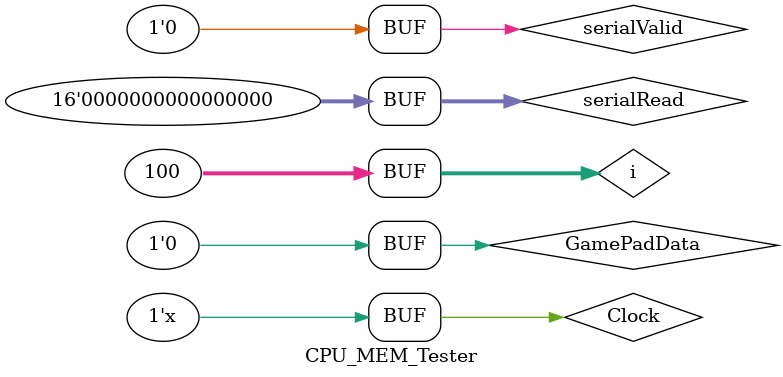
<source format=v>
`timescale 1ns / 1ps


module CPU_MEM_Tester;

	// Inputs
	reg Clock;
	//reg Reset;
	reg GamePadData;
	reg serialValid;
	reg [15:0] serialRead;
	

	// Instantiate the Unit Under Test (UUT)
	CPU_with_Memory_Test uut (
		.Clock(Clock), 
	//	.Reset(Reset),
		.GamePadData(GamePadData),
		.serialValid(serialValid),
		.serialRead(serialRead)
	);
	
	integer i = 0;
	
	always
		begin
			Clock = ~Clock;
			#5;
		end
	

	initial begin
		// Initialize Inputs
		GamePadData = 0;
		Clock = 0;
	//	Reset = 0;
		serialValid = 0;
		serialRead = 0;

		// Wait 100 ns for global reset to finish
		#100;
		
	//	Reset = 1;
		#5
		//Reset = 0;
        
		// Add stimulus here
		for (i = 0; i < 100; i = i + 1)
		begin
//			Clock = ~Clock;
//			#5;	
		end
	end
      
endmodule


</source>
